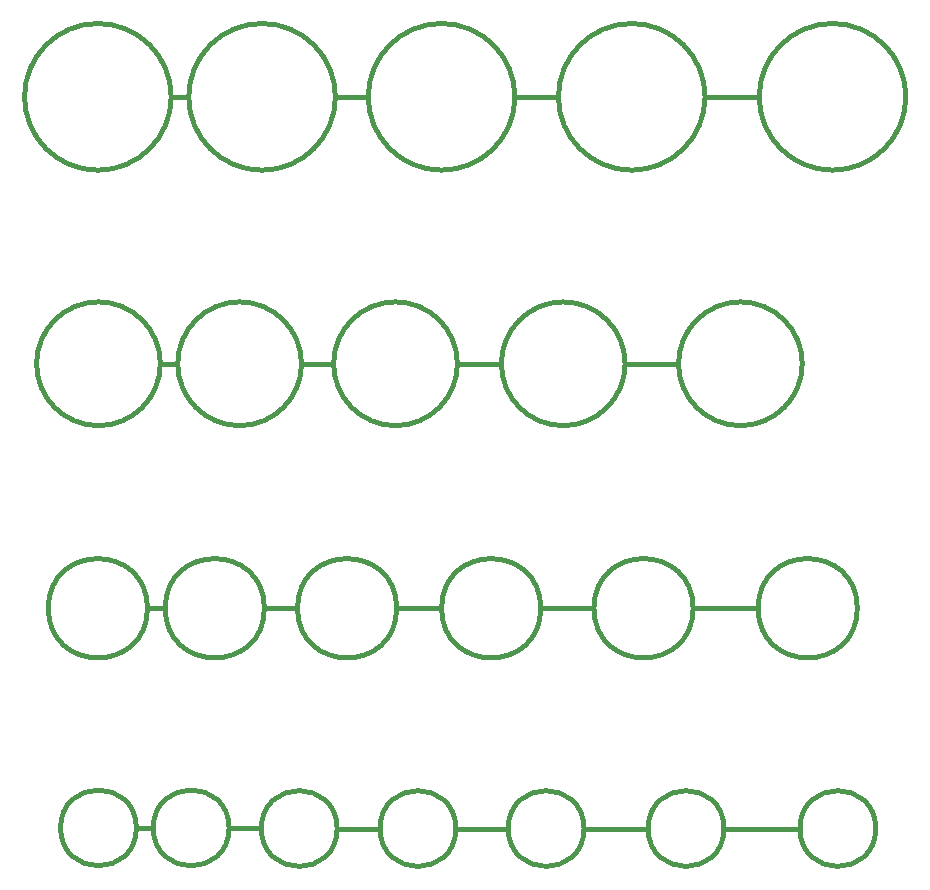
<source format=gbr>
%TF.GenerationSoftware,KiCad,Pcbnew,(6.0.0)*%
%TF.CreationDate,2022-01-22T08:46:37+01:00*%
%TF.ProjectId,CNLJS_test_LEDice_dual,434e4c4a-535f-4746-9573-745f4c454469,rev?*%
%TF.SameCoordinates,Original*%
%TF.FileFunction,Legend,Bot*%
%TF.FilePolarity,Positive*%
%FSLAX46Y46*%
G04 Gerber Fmt 4.6, Leading zero omitted, Abs format (unit mm)*
G04 Created by KiCad (PCBNEW (6.0.0)) date 2022-01-22 08:46:37*
%MOMM*%
%LPD*%
G01*
G04 APERTURE LIST*
%ADD10C,0.400000*%
G04 APERTURE END LIST*
D10*
X189110000Y-61800000D02*
X193540000Y-61800000D01*
X173010000Y-61800000D02*
X176640000Y-61800000D01*
X157810000Y-61800000D02*
X160515000Y-61801000D01*
X143910000Y-61800000D02*
X145340000Y-61802000D01*
X182340000Y-84400000D02*
X186770000Y-84400000D01*
X168140000Y-84400000D02*
X171770000Y-84400000D01*
X154940000Y-84400000D02*
X157645000Y-84401000D01*
X142990000Y-84400000D02*
X144420000Y-84402000D01*
X188100000Y-105100000D02*
X193530000Y-105100000D01*
X175200000Y-105100000D02*
X179630000Y-105100000D01*
X163000000Y-105100000D02*
X166630000Y-105100000D01*
X151800000Y-105100000D02*
X154505000Y-105101000D01*
X141900000Y-105100000D02*
X143330000Y-105102000D01*
X140960000Y-123698000D02*
X142390000Y-123700000D01*
X148810000Y-123700000D02*
X151515000Y-123701000D01*
X190710000Y-123750000D02*
X197140000Y-123750000D01*
X168010000Y-123750000D02*
X172440000Y-123750000D01*
X178860000Y-123750000D02*
X184290000Y-123750000D01*
X157960000Y-123750000D02*
X161590000Y-123750000D01*
%TO.C,U23*%
X206110000Y-61800000D02*
G75*
G03*
X206110000Y-61800000I-6210000J0D01*
G01*
%TO.C,U22*%
X189110000Y-61800000D02*
G75*
G03*
X189110000Y-61800000I-6210000J0D01*
G01*
%TO.C,U21*%
X173010000Y-61800000D02*
G75*
G03*
X173010000Y-61800000I-6210000J0D01*
G01*
%TO.C,U20*%
X157810000Y-61800000D02*
G75*
G03*
X157810000Y-61800000I-6210000J0D01*
G01*
%TO.C,U19*%
X143910000Y-61800000D02*
G75*
G03*
X143910000Y-61800000I-6210000J0D01*
G01*
%TO.C,U18*%
X197340000Y-84400000D02*
G75*
G03*
X197340000Y-84400000I-5240000J0D01*
G01*
%TO.C,U17*%
X182340000Y-84400000D02*
G75*
G03*
X182340000Y-84400000I-5240000J0D01*
G01*
%TO.C,U16*%
X168140000Y-84400000D02*
G75*
G03*
X168140000Y-84400000I-5240000J0D01*
G01*
%TO.C,U15*%
X154940000Y-84400000D02*
G75*
G03*
X154940000Y-84400000I-5240000J0D01*
G01*
%TO.C,U14*%
X142990000Y-84400000D02*
G75*
G03*
X142990000Y-84400000I-5240000J0D01*
G01*
%TO.C,U13*%
X202000000Y-105100000D02*
G75*
G03*
X202000000Y-105100000I-4200000J0D01*
G01*
%TO.C,U7*%
X203560000Y-123750000D02*
G75*
G03*
X203560000Y-123750000I-3210000J0D01*
G01*
%TO.C,U5*%
X178860000Y-123750000D02*
G75*
G03*
X178860000Y-123750000I-3210000J0D01*
G01*
%TO.C,U3*%
X157960000Y-123750000D02*
G75*
G03*
X157960000Y-123750000I-3210000J0D01*
G01*
%TO.C,U1*%
X140960000Y-123698000D02*
G75*
G03*
X140960000Y-123698000I-3210000J0D01*
G01*
%TO.C,U2*%
X148810000Y-123700000D02*
G75*
G03*
X148810000Y-123700000I-3210000J0D01*
G01*
%TO.C,U4*%
X168010000Y-123750000D02*
G75*
G03*
X168010000Y-123750000I-3210000J0D01*
G01*
%TO.C,U10*%
X163000000Y-105100000D02*
G75*
G03*
X163000000Y-105100000I-4200000J0D01*
G01*
%TO.C,U9*%
X151800000Y-105100000D02*
G75*
G03*
X151800000Y-105100000I-4200000J0D01*
G01*
%TO.C,U12*%
X188100000Y-105100000D02*
G75*
G03*
X188100000Y-105100000I-4200000J0D01*
G01*
%TO.C,U6*%
X190710000Y-123750000D02*
G75*
G03*
X190710000Y-123750000I-3210000J0D01*
G01*
%TO.C,U8*%
X141900000Y-105100000D02*
G75*
G03*
X141900000Y-105100000I-4200000J0D01*
G01*
%TO.C,U11*%
X175200000Y-105100000D02*
G75*
G03*
X175200000Y-105100000I-4200000J0D01*
G01*
%TD*%
M02*

</source>
